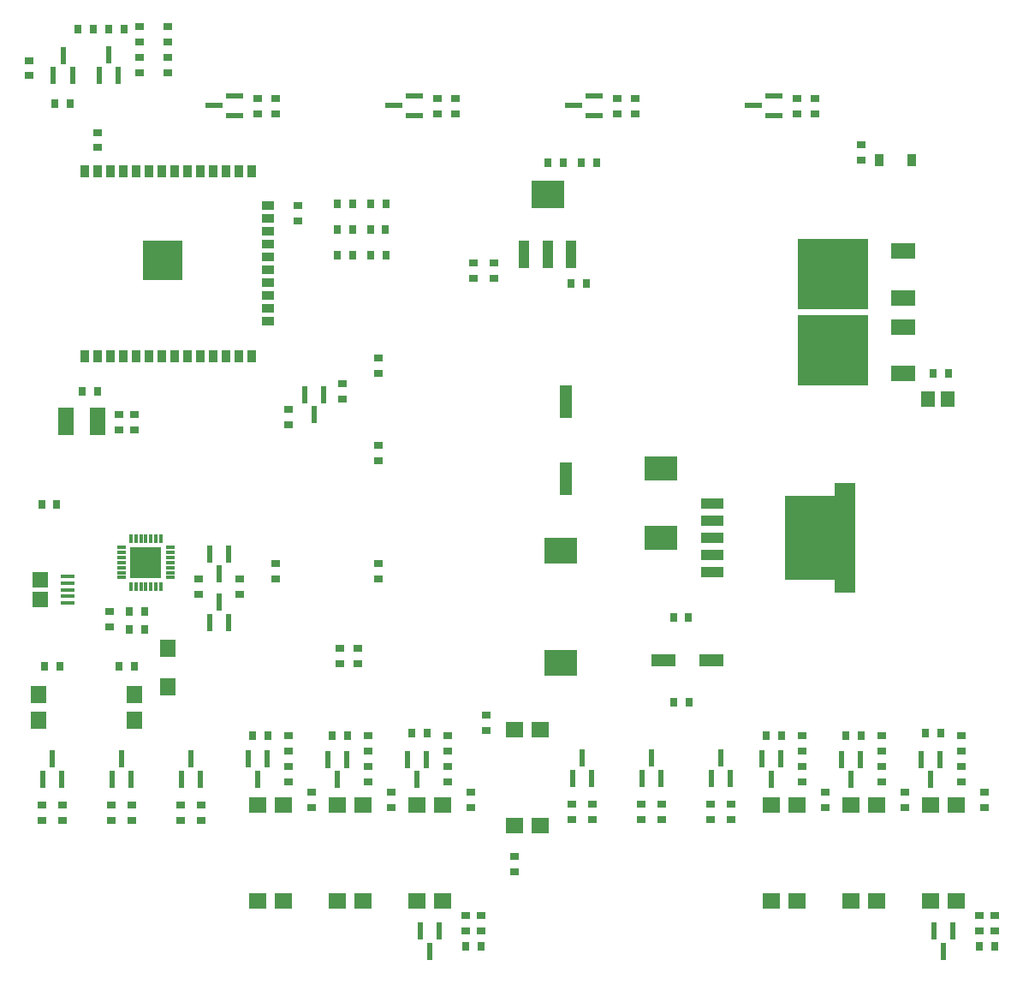
<source format=gtp>
G04*
G04 #@! TF.GenerationSoftware,Altium Limited,Altium Designer,18.0.7 (293)*
G04*
G04 Layer_Color=8421504*
%FSLAX23Y23*%
%MOIN*%
G70*
G01*
G75*
%ADD16R,0.061X0.059*%
%ADD17R,0.053X0.018*%
%ADD18R,0.035X0.028*%
%ADD19R,0.130X0.106*%
%ADD20R,0.039X0.106*%
%ADD21R,0.036X0.048*%
%ADD22R,0.130X0.098*%
%ADD23R,0.024X0.071*%
%ADD24R,0.028X0.035*%
%ADD25R,0.276X0.276*%
%ADD26R,0.098X0.059*%
%ADD27R,0.098X0.047*%
%ADD28R,0.055X0.059*%
%ADD29R,0.047X0.126*%
%ADD30R,0.085X0.042*%
%ADD31R,0.275X0.328*%
%ADD32R,0.126X0.102*%
%ADD33R,0.063X0.071*%
%ADD34R,0.059X0.110*%
%ADD35R,0.037X0.012*%
%ADD36R,0.012X0.037*%
%ADD37R,0.124X0.124*%
%ADD38R,0.070X0.060*%
%ADD39R,0.060X0.070*%
%ADD40R,0.071X0.024*%
%ADD41R,0.035X0.047*%
%ADD42R,0.047X0.035*%
%ADD43R,0.157X0.157*%
%ADD44R,0.079X0.425*%
D16*
X135Y-2340D02*
D03*
Y-2261D02*
D03*
D17*
X240Y-2352D02*
D03*
Y-2326D02*
D03*
Y-2301D02*
D03*
Y-2275D02*
D03*
Y-2249D02*
D03*
D18*
X356Y-580D02*
D03*
Y-521D02*
D03*
X1300Y-2590D02*
D03*
Y-2530D02*
D03*
X1370D02*
D03*
Y-2590D02*
D03*
X3330Y-570D02*
D03*
Y-630D02*
D03*
X1820Y-1030D02*
D03*
Y-1090D02*
D03*
X1900Y-1090D02*
D03*
Y-1030D02*
D03*
X1050Y-2200D02*
D03*
Y-2260D02*
D03*
X1450Y-2200D02*
D03*
Y-2260D02*
D03*
X1450Y-1800D02*
D03*
Y-1740D02*
D03*
X440Y-1680D02*
D03*
Y-1620D02*
D03*
X90Y-300D02*
D03*
Y-241D02*
D03*
X910Y-2260D02*
D03*
Y-2320D02*
D03*
X750Y-2320D02*
D03*
Y-2260D02*
D03*
X405Y-2385D02*
D03*
Y-2445D02*
D03*
X1450Y-1460D02*
D03*
Y-1400D02*
D03*
X630Y-230D02*
D03*
Y-290D02*
D03*
X630Y-170D02*
D03*
Y-110D02*
D03*
X500Y-1680D02*
D03*
Y-1620D02*
D03*
X1136Y-806D02*
D03*
Y-865D02*
D03*
X520Y-230D02*
D03*
Y-290D02*
D03*
X520Y-110D02*
D03*
Y-170D02*
D03*
X1310Y-1500D02*
D03*
Y-1560D02*
D03*
X1100Y-1659D02*
D03*
Y-1600D02*
D03*
X1850Y-3629D02*
D03*
Y-3570D02*
D03*
X1720Y-2990D02*
D03*
Y-3050D02*
D03*
X1410Y-2990D02*
D03*
Y-3050D02*
D03*
X1100Y-2990D02*
D03*
Y-3050D02*
D03*
X1810Y-3090D02*
D03*
Y-3150D02*
D03*
X1720Y-2870D02*
D03*
Y-2930D02*
D03*
X1500Y-3090D02*
D03*
Y-3150D02*
D03*
X1410Y-2870D02*
D03*
Y-2930D02*
D03*
X1190Y-3090D02*
D03*
Y-3150D02*
D03*
X1100Y-2870D02*
D03*
Y-2930D02*
D03*
X1790Y-3629D02*
D03*
Y-3570D02*
D03*
X140Y-3199D02*
D03*
Y-3140D02*
D03*
X410Y-3199D02*
D03*
Y-3140D02*
D03*
X680Y-3199D02*
D03*
Y-3140D02*
D03*
X220Y-3198D02*
D03*
Y-3139D02*
D03*
X490Y-3199D02*
D03*
Y-3140D02*
D03*
X760Y-3199D02*
D03*
Y-3140D02*
D03*
X1980Y-3400D02*
D03*
Y-3340D02*
D03*
X2823Y-3196D02*
D03*
Y-3137D02*
D03*
X2553Y-3196D02*
D03*
Y-3137D02*
D03*
X2743Y-3196D02*
D03*
Y-3137D02*
D03*
X2473Y-3196D02*
D03*
Y-3137D02*
D03*
X2283Y-3195D02*
D03*
Y-3136D02*
D03*
X2203Y-3196D02*
D03*
Y-3137D02*
D03*
X1870Y-2790D02*
D03*
Y-2850D02*
D03*
X3190Y-3090D02*
D03*
Y-3150D02*
D03*
X3100Y-2990D02*
D03*
Y-3050D02*
D03*
X3100Y-2870D02*
D03*
Y-2930D02*
D03*
X3410Y-2990D02*
D03*
Y-3050D02*
D03*
X3500Y-3090D02*
D03*
Y-3150D02*
D03*
X3410Y-2870D02*
D03*
Y-2930D02*
D03*
X3720Y-2990D02*
D03*
Y-3050D02*
D03*
X3850Y-3629D02*
D03*
Y-3570D02*
D03*
X3790Y-3629D02*
D03*
Y-3570D02*
D03*
X3720Y-2870D02*
D03*
Y-2930D02*
D03*
X3810Y-3090D02*
D03*
Y-3150D02*
D03*
X1050Y-450D02*
D03*
Y-390D02*
D03*
X980Y-450D02*
D03*
Y-390D02*
D03*
X1750Y-450D02*
D03*
Y-390D02*
D03*
X1680Y-450D02*
D03*
Y-390D02*
D03*
X2450Y-450D02*
D03*
Y-390D02*
D03*
X2380Y-450D02*
D03*
Y-390D02*
D03*
X3150Y-450D02*
D03*
Y-390D02*
D03*
X3080Y-450D02*
D03*
Y-390D02*
D03*
D19*
X2110Y-764D02*
D03*
D20*
X2201Y-996D02*
D03*
X2110D02*
D03*
X2019D02*
D03*
D21*
X3529Y-630D02*
D03*
X3400D02*
D03*
D22*
X2550Y-1830D02*
D03*
Y-2098D02*
D03*
D23*
X1200Y-1619D02*
D03*
X1163Y-1541D02*
D03*
X1237D02*
D03*
X830Y-2350D02*
D03*
X867Y-2429D02*
D03*
X793D02*
D03*
X830Y-2239D02*
D03*
X793Y-2161D02*
D03*
X867D02*
D03*
X223Y-221D02*
D03*
X260Y-300D02*
D03*
X185D02*
D03*
X400Y-220D02*
D03*
X437Y-299D02*
D03*
X363D02*
D03*
X1650Y-3709D02*
D03*
X1613Y-3630D02*
D03*
X1687D02*
D03*
X3650Y-3709D02*
D03*
X3613Y-3630D02*
D03*
X3687D02*
D03*
X1600Y-3040D02*
D03*
X1563Y-2961D02*
D03*
X1637D02*
D03*
X1290Y-3039D02*
D03*
X1253Y-2961D02*
D03*
X1327D02*
D03*
X980Y-3039D02*
D03*
X943Y-2960D02*
D03*
X1017D02*
D03*
X180D02*
D03*
X217Y-3039D02*
D03*
X143D02*
D03*
X450Y-2960D02*
D03*
X487Y-3039D02*
D03*
X413D02*
D03*
X720Y-2960D02*
D03*
X757Y-3039D02*
D03*
X683D02*
D03*
X2243Y-2957D02*
D03*
X2281Y-3035D02*
D03*
X2206D02*
D03*
X2513Y-2957D02*
D03*
X2551Y-3035D02*
D03*
X2476D02*
D03*
X2783Y-2957D02*
D03*
X2821Y-3035D02*
D03*
X2746D02*
D03*
X2980Y-3039D02*
D03*
X2943Y-2960D02*
D03*
X3017D02*
D03*
X3290Y-3039D02*
D03*
X3253Y-2961D02*
D03*
X3327D02*
D03*
X3600Y-3040D02*
D03*
X3563Y-2961D02*
D03*
X3637D02*
D03*
D24*
X2660Y-2740D02*
D03*
X2600D02*
D03*
X2659Y-2410D02*
D03*
X2600D02*
D03*
X3670Y-1460D02*
D03*
X3610D02*
D03*
X2240Y-640D02*
D03*
X2300D02*
D03*
X2110Y-640D02*
D03*
X2170D02*
D03*
X2260Y-1110D02*
D03*
X2200D02*
D03*
X1350Y-800D02*
D03*
X1290D02*
D03*
X1350Y-900D02*
D03*
X1290D02*
D03*
X1350Y-1000D02*
D03*
X1291D02*
D03*
X1480Y-800D02*
D03*
X1420D02*
D03*
X1479Y-900D02*
D03*
X1420D02*
D03*
X1480Y-1000D02*
D03*
X1420D02*
D03*
X140Y-1970D02*
D03*
X199D02*
D03*
X356Y-1530D02*
D03*
X296D02*
D03*
X480Y-2385D02*
D03*
X540D02*
D03*
X480Y-2455D02*
D03*
X540D02*
D03*
X250Y-410D02*
D03*
X190D02*
D03*
X400Y-120D02*
D03*
X460D02*
D03*
X280D02*
D03*
X340D02*
D03*
X1790Y-3690D02*
D03*
X1850D02*
D03*
X1640Y-2860D02*
D03*
X1580D02*
D03*
X1330Y-2870D02*
D03*
X1270D02*
D03*
X1020D02*
D03*
X960D02*
D03*
X150Y-2600D02*
D03*
X210D02*
D03*
X441Y-2600D02*
D03*
X500D02*
D03*
X3020Y-2870D02*
D03*
X2960D02*
D03*
X3330D02*
D03*
X3270D02*
D03*
X3790Y-3690D02*
D03*
X3850D02*
D03*
X3640Y-2860D02*
D03*
X3580D02*
D03*
D25*
X3222Y-1074D02*
D03*
Y-1369D02*
D03*
D26*
X3494Y-1165D02*
D03*
Y-984D02*
D03*
Y-1460D02*
D03*
Y-1279D02*
D03*
D27*
X2747Y-2577D02*
D03*
X2562D02*
D03*
D28*
X3669Y-1560D02*
D03*
X3591D02*
D03*
D29*
X2180Y-1869D02*
D03*
Y-1570D02*
D03*
D30*
X2750Y-2234D02*
D03*
Y-2167D02*
D03*
Y-2100D02*
D03*
Y-2033D02*
D03*
Y-1966D02*
D03*
D31*
X3170Y-2100D02*
D03*
D32*
X2160Y-2587D02*
D03*
Y-2150D02*
D03*
D33*
X630Y-2530D02*
D03*
Y-2680D02*
D03*
D34*
X233Y-1646D02*
D03*
X356D02*
D03*
D35*
X451Y-2136D02*
D03*
Y-2156D02*
D03*
Y-2176D02*
D03*
Y-2195D02*
D03*
Y-2215D02*
D03*
Y-2235D02*
D03*
Y-2254D02*
D03*
X640D02*
D03*
Y-2235D02*
D03*
Y-2215D02*
D03*
Y-2195D02*
D03*
Y-2176D02*
D03*
Y-2156D02*
D03*
Y-2136D02*
D03*
D36*
X486Y-2290D02*
D03*
X506D02*
D03*
X526D02*
D03*
X545D02*
D03*
X565D02*
D03*
X585D02*
D03*
X604D02*
D03*
Y-2101D02*
D03*
X585D02*
D03*
X565D02*
D03*
X545D02*
D03*
X526D02*
D03*
X506D02*
D03*
X486D02*
D03*
D37*
X545Y-2195D02*
D03*
D38*
X1600Y-3514D02*
D03*
X1700D02*
D03*
X1600Y-3140D02*
D03*
X1700D02*
D03*
X1290Y-3513D02*
D03*
X1390D02*
D03*
X1290Y-3139D02*
D03*
X1390D02*
D03*
X980Y-3513D02*
D03*
X1080D02*
D03*
X980Y-3139D02*
D03*
X1080D02*
D03*
X2080Y-2846D02*
D03*
X1980D02*
D03*
X2080Y-3220D02*
D03*
X1980D02*
D03*
X2980Y-3513D02*
D03*
X3080D02*
D03*
X2980Y-3139D02*
D03*
X3080D02*
D03*
X3290Y-3513D02*
D03*
X3390D02*
D03*
X3290Y-3139D02*
D03*
X3390D02*
D03*
X3600Y-3514D02*
D03*
X3700D02*
D03*
X3600Y-3140D02*
D03*
X3700D02*
D03*
D39*
X501Y-2810D02*
D03*
Y-2710D02*
D03*
X127Y-2810D02*
D03*
Y-2710D02*
D03*
D40*
X811Y-417D02*
D03*
X890Y-380D02*
D03*
Y-455D02*
D03*
X1511Y-417D02*
D03*
X1590Y-380D02*
D03*
Y-455D02*
D03*
X2211Y-417D02*
D03*
X2290Y-380D02*
D03*
Y-455D02*
D03*
X2911Y-417D02*
D03*
X2990Y-380D02*
D03*
Y-455D02*
D03*
D41*
X306Y-1391D02*
D03*
X356D02*
D03*
X406D02*
D03*
X456D02*
D03*
X506D02*
D03*
X556D02*
D03*
X606D02*
D03*
X656D02*
D03*
X706D02*
D03*
X756D02*
D03*
X806D02*
D03*
X856D02*
D03*
X906D02*
D03*
X956D02*
D03*
Y-671D02*
D03*
X906D02*
D03*
X856D02*
D03*
X806D02*
D03*
X756D02*
D03*
X706D02*
D03*
X656D02*
D03*
X606D02*
D03*
X556D02*
D03*
X506D02*
D03*
X456D02*
D03*
X406D02*
D03*
X356D02*
D03*
X306D02*
D03*
D42*
X1021Y-1256D02*
D03*
Y-1206D02*
D03*
Y-1156D02*
D03*
Y-1106D02*
D03*
Y-1056D02*
D03*
Y-1006D02*
D03*
Y-956D02*
D03*
Y-906D02*
D03*
Y-856D02*
D03*
Y-806D02*
D03*
D43*
X610Y-1020D02*
D03*
D44*
X3268Y-2100D02*
D03*
M02*

</source>
